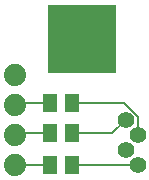
<source format=gbr>
G04 EAGLE Gerber RS-274X export*
G75*
%MOMM*%
%FSLAX34Y34*%
%LPD*%
%INBottom Copper*%
%IPPOS*%
%AMOC8*
5,1,8,0,0,1.08239X$1,22.5*%
G01*
%ADD10R,5.842000X5.842000*%
%ADD11C,1.400000*%
%ADD12C,1.879600*%
%ADD13R,1.300000X1.500000*%
%ADD14C,0.127000*%


D10*
X73660Y123190D03*
D11*
X120570Y16510D03*
X110570Y29210D03*
X120570Y41910D03*
X110570Y54610D03*
D12*
X16510Y92710D03*
X16510Y67310D03*
X16510Y41910D03*
X16510Y16510D03*
D13*
X65380Y16510D03*
X46380Y16510D03*
X65380Y43180D03*
X46380Y43180D03*
X65380Y68580D03*
X46380Y68580D03*
D14*
X65380Y16510D02*
X120570Y16510D01*
X99060Y43180D02*
X65380Y43180D01*
X99060Y43180D02*
X110490Y54610D01*
X110570Y54610D01*
X109220Y68580D02*
X65380Y68580D01*
X109220Y68580D02*
X120650Y57150D01*
X120650Y41910D01*
X120570Y41910D01*
X46380Y16510D02*
X16510Y16510D01*
X17780Y43180D02*
X46380Y43180D01*
X17780Y43180D02*
X16510Y41910D01*
X17780Y68580D02*
X46380Y68580D01*
X17780Y68580D02*
X16510Y67310D01*
M02*

</source>
